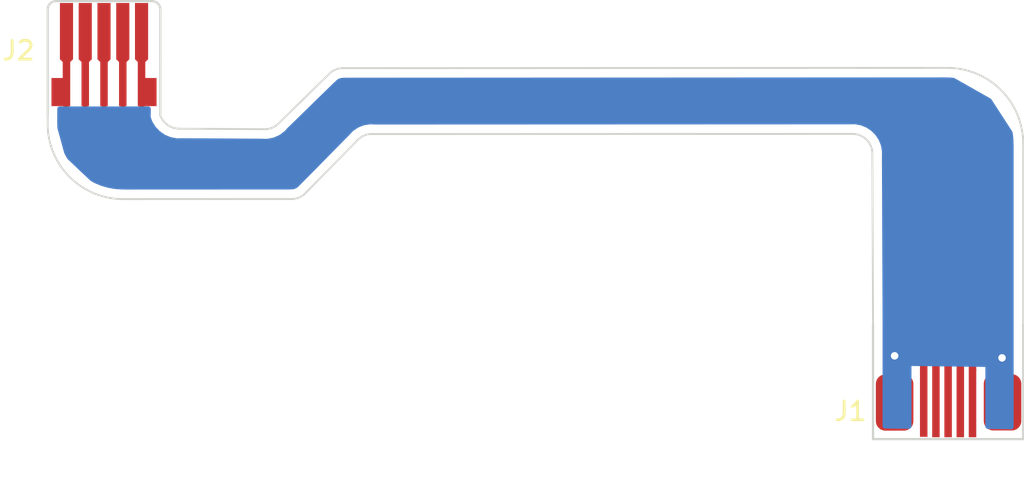
<source format=kicad_pcb>
(kicad_pcb (version 20210424) (generator pcbnew)
  (title_block (title "OTG Connecting Flex for HAT_7.0.6") (date "2021-07-11") (rev "1.1"))
  (layers (0 "F.Cu" signal) (31 "B.Cu" signal) (34 "B.Paste" user) (35 "F.Paste" user) (36 "B.SilkS" user "B.Silkscreen") (37 "F.SilkS" user "F.Silkscreen") (38 "B.Mask" user) (39 "F.Mask" user) (44 "Edge.Cuts" user))
  (net 0 "")
  (net 1 "Net-(J1-Pad5)")
  (net 2 "Net-(J1-Pad4)")
  (net 3 "Net-(J1-Pad3)")
  (net 4 "Net-(J1-Pad2)")
  (net 5 "Net-(J1-Pad1)")
  (net 6 "GND")
  (footprint "CustomComponents:Flex termination 1x5 SFW" (layer "F.Cu") (at 149.2062 90.395659)
    (fp_text reference "J2" (at -4.56 -0.46 unlocked) (layer "F.SilkS"))
    (fp_text value "Conn_01x05_Male" hide)
    (fp_line (start 3 -2.6) (end 3 0) (layer "Edge.Cuts") (width 0.12))
    (fp_line (start -2.6 -3.1) (end 2.6 -3.1) (layer "Edge.Cuts") (width 0.12))
    (fp_line (start -3 -2.6) (end -3 0) (layer "Edge.Cuts") (width 0.12))
    (fp_line (start 3 0) (end 3 3) (layer "Edge.Cuts") (width 0.12))
    (fp_line (start -3 0) (end -3 3) (layer "Edge.Cuts") (width 0.12))
    (fp_arc (start 2.55 -2.650001) (end 2.6 -3.1) (angle 90) (layer "Edge.Cuts") (width 0.12))
    (fp_arc (start -2.550001 -2.65) (end -2.6 -3.1) (angle -90) (layer "Edge.Cuts") (width 0.12))
    (pad "1" connect custom (at -2 -1) (size 0.7 1) (layers "F.Cu" "F.Mask") (net 5 "Net-(J1-Pad1)") (options (clearance outline) (anchor rect)) (primitives (gr_poly (pts (xy -0.35 -2) (xy 0.35 -2) (xy 0.35 1) (xy 0.2 1.15) (xy 0.2 3.5) (xy -0.2 3.5) (xy -0.2 1.15) (xy -0.35 1) (xy -0.35 0)) (width 0) (fill yes))))
    (pad "1" connect rect (at -2.4 1.75) (size 0.8 1.5) (layers "F.Cu" "F.Mask") (net 5 "Net-(J1-Pad1)"))
    (pad "2" connect custom (at -1 -1) (size 0.7 1) (layers "F.Cu" "F.Mask") (net 4 "Net-(J1-Pad2)") (options (clearance outline) (anchor rect)) (primitives (gr_poly (pts (xy -0.35 -2) (xy 0.35 -2) (xy 0.35 1) (xy 0.2 1.15) (xy 0.2 3.5) (xy -0.2 3.5) (xy -0.2 1.15) (xy -0.35 1) (xy -0.35 0)) (width 0) (fill yes))))
    (pad "3" connect custom (at 0 -1) (size 0.7 1) (layers "F.Cu" "F.Mask") (net 3 "Net-(J1-Pad3)") (options (clearance outline) (anchor rect)) (primitives (gr_poly (pts (xy -0.35 -2) (xy 0.35 -2) (xy 0.35 1) (xy 0.2 1.15) (xy 0.2 3.5) (xy -0.2 3.5) (xy -0.2 1.15) (xy -0.35 1) (xy -0.35 0)) (width 0) (fill yes))))
    (pad "4" connect custom (at 1 -1) (size 0.7 1) (layers "F.Cu" "F.Mask") (net 2 "Net-(J1-Pad4)") (options (clearance outline) (anchor rect)) (primitives (gr_poly (pts (xy -0.35 -2) (xy 0.35 -2) (xy 0.35 1) (xy 0.2 1.15) (xy 0.2 3.5) (xy -0.2 3.5) (xy -0.2 1.15) (xy -0.35 1) (xy -0.35 0)) (width 0) (fill yes))))
    (pad "5" connect custom (at 2 -1) (size 0.7 1) (layers "F.Cu" "F.Mask") (net 1 "Net-(J1-Pad5)") (options (clearance outline) (anchor rect)) (primitives (gr_poly (pts (xy -0.35 -2) (xy 0.35 -2) (xy 0.35 1) (xy 0.2 1.15) (xy 0.2 3.5) (xy -0.2 3.5) (xy -0.2 1.15) (xy -0.35 1) (xy -0.35 0)) (width 0) (fill yes))))
    (pad "5" connect rect (at 2.4 1.75) (size 0.8 1.5) (layers "F.Cu" "F.Mask") (net 1 "Net-(J1-Pad5)"))
  )
  (footprint "CustomComponents:Flex MicroUsb mate" (layer "F.Cu") (at 194.18 112.555)
    (fp_text reference "J1" (at -5.204 -3.3858) (layer "F.SilkS"))
    (fp_text value "Conn_01x06_Male" hide)
    (fp_line (start 4 -1.9) (end 4 -8) (layer "Edge.Cuts") (width 0.12))
    (fp_line (start -4 -1.9) (end -4 -8) (layer "Edge.Cuts") (width 0.12))
    (fp_line (start -4 -1.9) (end 4 -1.9) (layer "Edge.Cuts") (width 0.12))
    (pad "1" smd custom locked (at -1.3 -2.82 90) (size 1.6 0.4) (layers "F.Cu" "F.Paste" "F.Mask") (net 5 "Net-(J1-Pad1)") (options (clearance outline) (anchor rect)) (primitives (gr_poly (pts (xy 3 -0.2) (xy 3 0.2) (xy -0.4 0.2) (xy -0.4 -0.2)) (width 0) (fill yes))))
    (pad "2" smd custom (at -0.65 -2.8 90) (size 1.6 0.4) (layers "F.Cu" "F.Paste" "F.Mask") (net 4 "Net-(J1-Pad2)") (options (clearance outline) (anchor rect)) (primitives (gr_poly (pts (xy 3 -0.2) (xy 3 0.2) (xy -0.4 0.2) (xy -0.4 -0.2)) (width 0) (fill yes))))
    (pad "3" smd custom (at 0 -2.8 90) (size 1.6 0.4) (layers "F.Cu" "F.Paste" "F.Mask") (net 3 "Net-(J1-Pad3)") (options (clearance outline) (anchor rect)) (primitives (gr_poly (pts (xy 3 -0.2) (xy 3 0.2) (xy -0.4 0.2) (xy -0.4 -0.2)) (width 0) (fill yes))))
    (pad "4" smd custom (at 0.65 -2.8 90) (size 1.6 0.4) (layers "F.Cu" "F.Paste" "F.Mask") (net 2 "Net-(J1-Pad4)") (options (clearance outline) (anchor rect)) (primitives (gr_poly (pts (xy 3 -0.2) (xy 3 0.2) (xy -0.4 0.2) (xy -0.4 -0.2)) (width 0) (fill yes))))
    (pad "5" smd custom (at 1.3 -2.8 90) (size 1.6 0.4) (layers "F.Cu" "F.Paste" "F.Mask") (net 1 "Net-(J1-Pad5)") (options (clearance outline) (anchor rect)) (primitives (gr_poly (pts (xy 3 -0.2) (xy 3 0.2) (xy -0.4 0.2) (xy -0.4 -0.2)) (width 0) (fill yes))))
    (pad "6" smd roundrect locked (at -2.85 -3.85) (size 2 3) (layers "F.Cu" "F.Paste" "F.Mask") (net 6 "GND"))
    (pad "6" smd roundrect locked (at 2.9 -3.86) (size 2 3) (layers "F.Cu" "F.Paste" "F.Mask") (net 6 "GND"))
  )
  (gr_line (start 163.5252 94.3864) (end 189.087237 94.376747) (layer "Edge.Cuts") (width 0.1))
  (gr_arc (start 189.087096 95.434368) (end 190.144636 95.44743) (angle -90.7) (layer "Edge.Cuts") (width 0.1))
  (gr_arc (start 194.1414 94.8944) (end 198.18 94.8944) (angle -90) (layer "Edge.Cuts") (width 0.1))
  (gr_line (start 198.18 104.555) (end 198.18 94.8944) (layer "Edge.Cuts") (width 0.1))
  (gr_arc (start 161.928025 91.8876) (end 161.953425 90.8716) (angle -50.37728241) (layer "Edge.Cuts") (width 0.1))
  (gr_arc (start 163.452026 95.366825) (end 163.5252 94.3864) (angle -50.85924989) (layer "Edge.Cuts") (width 0.1))
  (gr_line (start 150.239775 97.853786) (end 159.178775 97.8504) (layer "Edge.Cuts") (width 0.1))
  (gr_arc (start 157.780414 93.109302) (end 157.755014 94.125302) (angle -50.37728241) (layer "Edge.Cuts") (width 0.1))
  (gr_line (start 159.970561 97.501898) (end 162.7378 94.6912) (layer "Edge.Cuts") (width 0.1))
  (gr_line (start 158.5468 93.7768) (end 161.161639 91.220102) (layer "Edge.Cuts") (width 0.1))
  (gr_line (start 194.1414 90.8558) (end 161.953425 90.8716) (layer "Edge.Cuts") (width 0.1))
  (gr_line (start 146.2062 93.395659) (end 146.2024 93.840659) (layer "Edge.Cuts") (width 0.1))
  (gr_line (start 190.18 104.555) (end 190.144636 95.44743) (layer "Edge.Cuts") (width 0.1))
  (gr_arc (start 159.204175 96.8344) (end 159.178775 97.8504) (angle -50.37728241) (layer "Edge.Cuts") (width 0.1))
  (gr_arc (start 153.218887 93.019443) (end 152.2062 93.395659) (angle -70.08687296) (layer "Edge.Cuts") (width 0.1))
  (gr_arc (start 150.215598 93.84066) (end 146.2024 93.840659) (angle -90.34518742) (layer "Edge.Cuts") (width 0.1))
  (gr_line (start 153.227693 94.09972) (end 157.755014 94.125302) (layer "Edge.Cuts") (width 0.1))
  (segment (start 162.043809 91.69932) (end 191.97852 91.69932) (width 0.25) (layer "F.Cu") (net 1))
  (segment (start 158.68327 95.059859) (end 162.043809 91.69932) (width 0.25) (layer "F.Cu") (net 1))
  (segment (start 151.2062 89.395659) (end 151.2062 94.601941) (width 0.25) (layer "F.Cu") (net 1))
  (segment (start 195.5038 95.2246) (end 195.5038 108.4072) (width 0.25) (layer "F.Cu") (net 1))
  (segment (start 151.2062 94.601941) (end 151.664118 95.059859) (width 0.25) (layer "F.Cu") (net 1))
  (segment (start 191.97852 91.69932) (end 195.5038 95.2246) (width 0.25) (layer "F.Cu") (net 1))
  (segment (start 151.664118 95.059859) (end 158.68327 95.059859) (width 0.25) (layer "F.Cu") (net 1))
  (segment (start 195.5038 106.934) (end 195.5546 106.9848) (width 0.25) (layer "F.Cu") (net 1))
  (segment (start 191.742958 92.14884) (end 162.230006 92.14884) (width 0.25) (layer "F.Cu") (net 2))
  (segment (start 158.869467 95.509379) (end 151.477921 95.509379) (width 0.25) (layer "F.Cu") (net 2))
  (segment (start 158.869467 95.509379) (end 153.33212 95.509379) (width 0.25) (layer "F.Cu") (net 2))
  (segment (start 151.477921 95.509379) (end 150.2062 94.237659) (width 0.25) (layer "F.Cu") (net 2))
  (segment (start 194.83 109.755) (end 194.83 95.235882) (width 0.25) (layer "F.Cu") (net 2))
  (segment (start 194.83 95.235882) (end 191.742958 92.14884) (width 0.25) (layer "F.Cu") (net 2))
  (segment (start 150.2062 94.237659) (end 150.2062 89.395659) (width 0.25) (layer "F.Cu") (net 2))
  (segment (start 162.230006 92.14884) (end 158.869467 95.509379) (width 0.25) (layer "F.Cu") (net 2))
  (segment (start 159.055665 95.958899) (end 162.416206 92.59836) (width 0.25) (layer "F.Cu") (net 3))
  (segment (start 153.875501 95.958899) (end 159.055665 95.958899) (width 0.25) (layer "F.Cu") (net 3))
  (segment (start 149.2062 93.873377) (end 151.291724 95.958899) (width 0.25) (layer "F.Cu") (net 3))
  (segment (start 194.2084 95.25) (end 194.2084 107.823) (width 0.25) (layer "F.Cu") (net 3))
  (segment (start 162.416206 92.59836) (end 191.55676 92.59836) (width 0.25) (layer "F.Cu") (net 3))
  (segment (start 153.875501 95.958899) (end 153.99016 95.958899) (width 0.25) (layer "F.Cu") (net 3))
  (segment (start 151.291724 95.958899) (end 153.875501 95.958899) (width 0.25) (layer "F.Cu") (net 3))
  (segment (start 149.2062 89.395659) (end 149.2062 93.873377) (width 0.25) (layer "F.Cu") (net 3))
  (segment (start 191.55676 92.59836) (end 194.2084 95.25) (width 0.25) (layer "F.Cu") (net 3))
  (segment (start 193.53 95.332883) (end 191.244997 93.04788) (width 0.25) (layer "F.Cu") (net 4))
  (segment (start 159.241863 96.408419) (end 153.7716 96.408419) (width 0.25) (layer "F.Cu") (net 4))
  (segment (start 148.2062 93.509092) (end 151.105527 96.408419) (width 0.25) (layer "F.Cu") (net 4))
  (segment (start 148.2062 89.395659) (end 148.2062 93.509092) (width 0.25) (layer "F.Cu") (net 4))
  (segment (start 151.105527 96.408419) (end 154.32804 96.408419) (width 0.25) (layer "F.Cu") (net 4))
  (segment (start 193.53 109.755) (end 193.53 95.332883) (width 0.25) (layer "F.Cu") (net 4))
  (segment (start 162.602403 93.04788) (end 159.241863 96.408419) (width 0.25) (layer "F.Cu") (net 4))
  (segment (start 191.244997 93.04788) (end 162.602403 93.04788) (width 0.25) (layer "F.Cu") (net 4))
  (segment (start 159.428061 96.857939) (end 150.91933 96.857939) (width 0.25) (layer "F.Cu") (net 5))
  (segment (start 192.88 109.735) (end 192.88 95.3186) (width 0.25) (layer "F.Cu") (net 5))
  (segment (start 191.0588 93.4974) (end 162.7886 93.4974) (width 0.25) (layer "F.Cu") (net 5))
  (segment (start 150.91933 96.857939) (end 147.2062 93.144809) (width 0.25) (layer "F.Cu") (net 5))
  (segment (start 162.7886 93.4974) (end 159.428061 96.857939) (width 0.25) (layer "F.Cu") (net 5))
  (segment (start 147.2062 93.144809) (end 147.2062 89.395659) (width 0.25) (layer "F.Cu") (net 5))
  (segment (start 192.88 95.3186) (end 191.0588 93.4974) (width 0.25) (layer "F.Cu") (net 5))
  (segment (start 191.33 108.705) (end 191.33 106.2146) (width 0.381) (layer "F.Cu") (net 6))
  (segment (start 197.08 108.695) (end 197.08 106.3512) (width 0.381) (layer "F.Cu") (net 6))
  (segment (start 197.08 106.3512) (end 197.0532 106.3244) (width 0.381) (layer "F.Cu") (net 6))
  (via (at 197.0532 106.3244) (size 0.8) (drill 0.4) (layers "F.Cu" "B.Cu") (net 6))
  (via (at 191.33 106.2146) (size 0.8) (drill 0.4) (layers "F.Cu" "B.Cu") (net 6))
  (segment (start 191.9314 105.6132) (end 191.33 106.2146) (width 0.381) (layer "B.Cu") (net 6))
  (segment (start 196.342 105.6132) (end 191.9314 105.6132) (width 0.381) (layer "B.Cu") (net 6))
  (segment (start 197.0532 106.3244) (end 196.342 105.6132) (width 0.381) (layer "B.Cu") (net 6))
  (zone (net 6) (net_name "GND") (layer "B.Cu") (connect_pads (clearance 0.508)) (min_thickness 0.254) (fill yes (thermal_gap 0.508) (thermal_bridge_width 0.508))
    (polygon (pts (xy 196.469 92.5068) (xy 197.9168 94.742) (xy 197.9422 110.1344) (xy 196.1642 110.109) (xy 196.1642 106.807) (xy 192.2272 106.7562) (xy 192.2272 110.109) (xy 190.4746 110.0836) (xy 190.3984 95.0214) (xy 189.3824 94.107) (xy 162.864342 94.13249) (xy 159.333741 97.45989) (xy 149.0218 97.3836) (xy 147.1422 95.6056) (xy 146.4056 92.9132) (xy 152.019 92.9132) (xy 152.019 93.9038) (xy 152.554624 94.359252) (xy 158.396624 94.410052) (xy 162.0266 91.1098) (xy 194.0052 91.1098)))
  )
)
</source>
